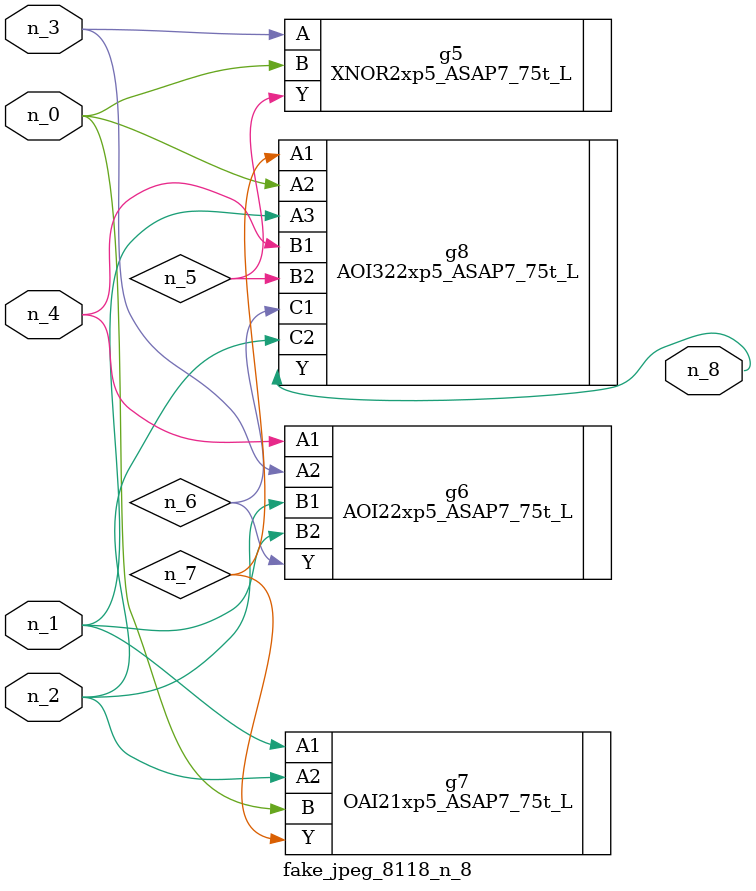
<source format=v>
module fake_jpeg_8118_n_8 (n_3, n_2, n_1, n_0, n_4, n_8);

input n_3;
input n_2;
input n_1;
input n_0;
input n_4;

output n_8;

wire n_6;
wire n_5;
wire n_7;

XNOR2xp5_ASAP7_75t_L g5 ( 
.A(n_3),
.B(n_0),
.Y(n_5)
);

AOI22xp5_ASAP7_75t_L g6 ( 
.A1(n_4),
.A2(n_3),
.B1(n_2),
.B2(n_1),
.Y(n_6)
);

OAI21xp5_ASAP7_75t_L g7 ( 
.A1(n_1),
.A2(n_2),
.B(n_0),
.Y(n_7)
);

AOI322xp5_ASAP7_75t_L g8 ( 
.A1(n_7),
.A2(n_0),
.A3(n_1),
.B1(n_4),
.B2(n_5),
.C1(n_6),
.C2(n_2),
.Y(n_8)
);


endmodule
</source>
